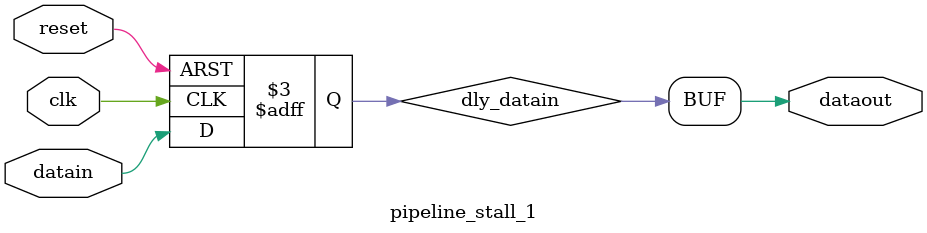
<source format=v>
module pipeline_stall_1 #(
  parameter WIDTH = 1,
  parameter DELAY = 1
)(
  input  wire             clk,
  input  wire             reset,
  input  wire [WIDTH-1:0] datain,
  output wire [WIDTH-1:0] dataout
);
  reg [(WIDTH*DELAY)-1:0] dly_datain = 0;
  assign dataout = dly_datain[(WIDTH*DELAY)-1 : WIDTH*(DELAY-1)];
  always @ (posedge clk, posedge reset)
  if (reset) dly_datain <= 0;
  else       dly_datain <= {dly_datain, datain};
endmodule
</source>
